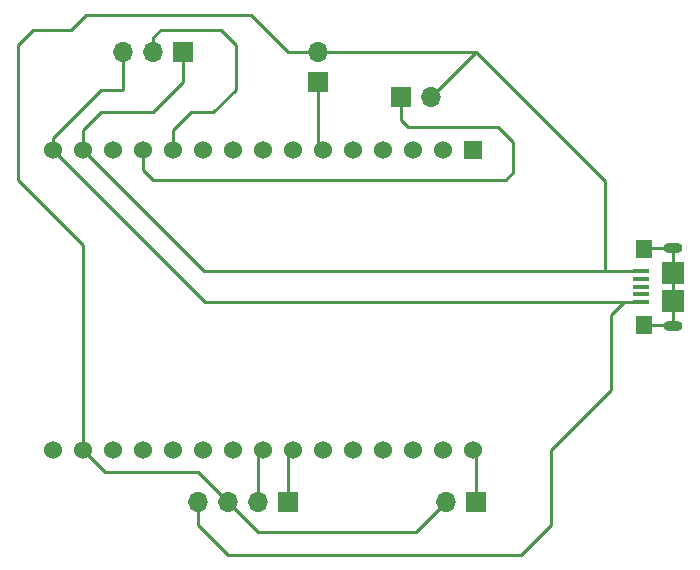
<source format=gbr>
G04 #@! TF.GenerationSoftware,KiCad,Pcbnew,5.1.10*
G04 #@! TF.CreationDate,2021-10-26T18:40:00+02:00*
G04 #@! TF.ProjectId,JeanCloud_pcb_milled,4a65616e-436c-46f7-9564-5f7063625f6d,rev?*
G04 #@! TF.SameCoordinates,PX1bc28b0PY5c63450*
G04 #@! TF.FileFunction,Copper,L1,Top*
G04 #@! TF.FilePolarity,Positive*
%FSLAX46Y46*%
G04 Gerber Fmt 4.6, Leading zero omitted, Abs format (unit mm)*
G04 Created by KiCad (PCBNEW 5.1.10) date 2021-10-26 18:40:00*
%MOMM*%
%LPD*%
G01*
G04 APERTURE LIST*
G04 #@! TA.AperFunction,SMDPad,CuDef*
%ADD10R,1.350000X0.400000*%
G04 #@! TD*
G04 #@! TA.AperFunction,ComponentPad*
%ADD11O,1.600000X0.900000*%
G04 #@! TD*
G04 #@! TA.AperFunction,SMDPad,CuDef*
%ADD12R,1.400000X1.600000*%
G04 #@! TD*
G04 #@! TA.AperFunction,SMDPad,CuDef*
%ADD13R,1.900000X1.900000*%
G04 #@! TD*
G04 #@! TA.AperFunction,ComponentPad*
%ADD14R,1.524000X1.524000*%
G04 #@! TD*
G04 #@! TA.AperFunction,ComponentPad*
%ADD15C,1.524000*%
G04 #@! TD*
G04 #@! TA.AperFunction,ComponentPad*
%ADD16R,1.700000X1.700000*%
G04 #@! TD*
G04 #@! TA.AperFunction,ComponentPad*
%ADD17O,1.700000X1.700000*%
G04 #@! TD*
G04 #@! TA.AperFunction,Conductor*
%ADD18C,0.250000*%
G04 #@! TD*
G04 APERTURE END LIST*
D10*
X68089400Y45923200D03*
X68089400Y46573200D03*
X68089400Y47223200D03*
X68089400Y45273200D03*
X68089400Y44623200D03*
D11*
X70764400Y49223200D03*
X70764400Y42623200D03*
D12*
X68314400Y42723200D03*
X68314400Y49123200D03*
D13*
X70764400Y44723200D03*
X70764400Y47123200D03*
D14*
X53848000Y57505600D03*
D15*
X51308000Y57505600D03*
X48768000Y57505600D03*
X46228000Y57505600D03*
X43688000Y57505600D03*
X41148000Y57505600D03*
X38608000Y57505600D03*
X36068000Y57505600D03*
X33528000Y57505600D03*
X30988000Y57505600D03*
X28448000Y57505600D03*
X25908000Y57505600D03*
X23368000Y57505600D03*
X20828000Y57505600D03*
X18288000Y57505600D03*
X18288000Y32105600D03*
X20828000Y32105600D03*
X23368000Y32105600D03*
X25908000Y32105600D03*
X28448000Y32105600D03*
X30988000Y32105600D03*
X33528000Y32105600D03*
X36068000Y32105600D03*
X38608000Y32105600D03*
X41148000Y32105600D03*
X43688000Y32105600D03*
X46228000Y32105600D03*
X48768000Y32105600D03*
X51308000Y32105600D03*
X53848000Y32105600D03*
D16*
X38201600Y27660600D03*
D17*
X35661600Y27660600D03*
X33121600Y27660600D03*
X30581600Y27660600D03*
D16*
X29311600Y65760600D03*
D17*
X26771600Y65760600D03*
X24231600Y65760600D03*
D16*
X40741600Y63220600D03*
D17*
X40741600Y65760600D03*
X50266600Y61950600D03*
D16*
X47726600Y61950600D03*
X54076600Y27660600D03*
D17*
X51536600Y27660600D03*
D18*
X31110400Y47223200D02*
X20828000Y57505600D01*
X40741600Y65760600D02*
X54076600Y65760600D01*
X64994000Y54843200D02*
X64994000Y47223200D01*
X54076600Y65760600D02*
X64994000Y54843200D01*
X64994000Y47223200D02*
X31110400Y47223200D01*
X68089400Y47223200D02*
X64994000Y47223200D01*
X29311600Y65760600D02*
X29311600Y63220600D01*
X29311600Y63220600D02*
X26771600Y60680600D01*
X26771600Y60680600D02*
X22326600Y60680600D01*
X20828000Y59182000D02*
X20828000Y57505600D01*
X22326600Y60680600D02*
X20828000Y59182000D01*
X50266600Y61950600D02*
X54076600Y65760600D01*
X33121600Y27660600D02*
X35661600Y25120600D01*
X48996600Y25120600D02*
X51536600Y27660600D01*
X35661600Y25120600D02*
X48996600Y25120600D01*
X20828000Y32105600D02*
X22733000Y30200600D01*
X30581600Y30200600D02*
X33121600Y27660600D01*
X22733000Y30200600D02*
X30581600Y30200600D01*
X15341600Y66395600D02*
X15341600Y54965600D01*
X16611600Y67665600D02*
X15341600Y66395600D01*
X15341600Y54965600D02*
X20828000Y49479200D01*
X19786600Y67665600D02*
X16611600Y67665600D01*
X35026600Y68935600D02*
X21056600Y68935600D01*
X20828000Y49479200D02*
X20828000Y32105600D01*
X38201600Y65760600D02*
X35026600Y68935600D01*
X21056600Y68935600D02*
X19786600Y67665600D01*
X40741600Y65760600D02*
X38201600Y65760600D01*
X31170400Y44623200D02*
X18288000Y57505600D01*
X24231600Y65760600D02*
X24231600Y62585600D01*
X24231600Y62585600D02*
X22326600Y62585600D01*
X18288000Y58547000D02*
X18288000Y57505600D01*
X22326600Y62585600D02*
X18288000Y58547000D01*
X30581600Y27660600D02*
X30581600Y25755600D01*
X30581600Y25755600D02*
X33121600Y23215600D01*
X33121600Y23215600D02*
X57886600Y23215600D01*
X57886600Y23215600D02*
X60426600Y25755600D01*
X60426600Y25755600D02*
X60426600Y32105600D01*
X60426600Y32105600D02*
X65506600Y37185600D01*
X65506600Y37185600D02*
X65506600Y43535600D01*
X65506600Y43535600D02*
X66594200Y44623200D01*
X66594200Y44623200D02*
X31170400Y44623200D01*
X68089400Y44623200D02*
X66594200Y44623200D01*
X70764400Y49223200D02*
X70764400Y47123200D01*
X70664400Y42723200D02*
X70764400Y42623200D01*
X68314400Y42723200D02*
X70664400Y42723200D01*
X70764400Y42623200D02*
X70764400Y44723200D01*
X70764400Y44723200D02*
X70764400Y47123200D01*
X68414400Y49223200D02*
X68314400Y49123200D01*
X70764400Y49223200D02*
X68414400Y49223200D01*
X38201600Y31699200D02*
X38608000Y32105600D01*
X38201600Y27660600D02*
X38201600Y31699200D01*
X35661600Y31699200D02*
X36068000Y32105600D01*
X35661600Y27660600D02*
X35661600Y31699200D01*
X33756600Y66395600D02*
X33756600Y62585600D01*
X33756600Y62585600D02*
X31851600Y60680600D01*
X31851600Y60680600D02*
X29946600Y60680600D01*
X28448000Y59182000D02*
X28448000Y57505600D01*
X29946600Y60680600D02*
X28448000Y59182000D01*
X26771600Y65760600D02*
X26771600Y67030600D01*
X26771600Y67030600D02*
X27406600Y67665600D01*
X27406600Y67665600D02*
X32486600Y67665600D01*
X32486600Y67665600D02*
X33756600Y66395600D01*
X33756600Y66395600D02*
X33756600Y64490600D01*
X40741600Y57912000D02*
X41148000Y57505600D01*
X40741600Y63220600D02*
X40741600Y57912000D01*
X47726600Y61950600D02*
X47726600Y60045600D01*
X47726600Y60045600D02*
X48361600Y59410600D01*
X48361600Y59410600D02*
X55981600Y59410600D01*
X55981600Y59410600D02*
X57251600Y58140600D01*
X57251600Y58140600D02*
X57251600Y55600600D01*
X57251600Y55600600D02*
X56616600Y54965600D01*
X56616600Y54965600D02*
X26771600Y54965600D01*
X25908000Y55829200D02*
X25908000Y57505600D01*
X26771600Y54965600D02*
X25908000Y55829200D01*
X54076600Y31877000D02*
X53848000Y32105600D01*
X54076600Y27660600D02*
X54076600Y31877000D01*
M02*

</source>
